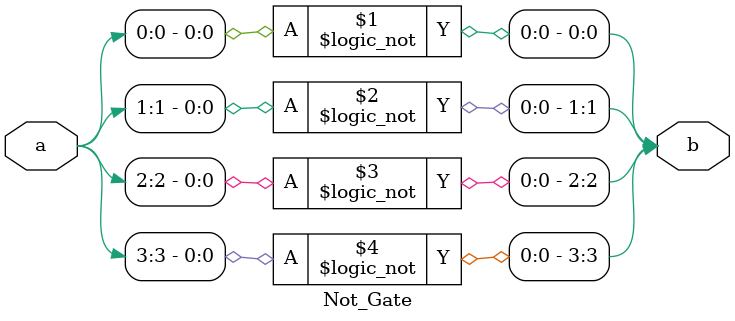
<source format=v>
`timescale 1ns / 1ps
module Not_Gate(
input wire [3:0] a,
output wire [3:0] b
    );

assign b[0] = !a[0];
assign b[1] = !a[1];
assign b[2] = !a[2];
assign b[3] = !a[3];
 
endmodule

</source>
